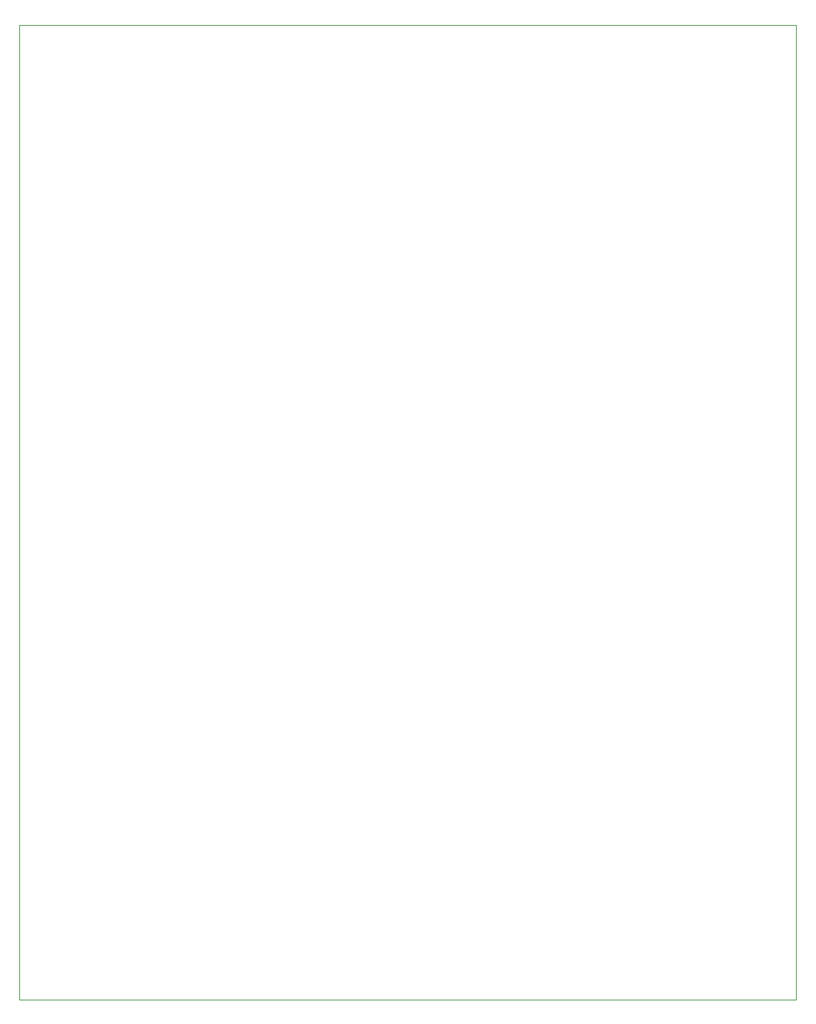
<source format=gbr>
%TF.GenerationSoftware,KiCad,Pcbnew,5.1.10-88a1d61d58~88~ubuntu20.04.1*%
%TF.CreationDate,2021-06-08T22:13:52+03:00*%
%TF.ProjectId,picoMacro,7069636f-4d61-4637-926f-2e6b69636164,rev?*%
%TF.SameCoordinates,Original*%
%TF.FileFunction,Profile,NP*%
%FSLAX46Y46*%
G04 Gerber Fmt 4.6, Leading zero omitted, Abs format (unit mm)*
G04 Created by KiCad (PCBNEW 5.1.10-88a1d61d58~88~ubuntu20.04.1) date 2021-06-08 22:13:52*
%MOMM*%
%LPD*%
G01*
G04 APERTURE LIST*
%TA.AperFunction,Profile*%
%ADD10C,0.050000*%
%TD*%
G04 APERTURE END LIST*
D10*
X633476000Y-337820000D02*
X541528000Y-337820000D01*
X633476000Y-453136000D02*
X633476000Y-337820000D01*
X541528000Y-453136000D02*
X633476000Y-453136000D01*
X541528000Y-337820000D02*
X541528000Y-453136000D01*
M02*

</source>
